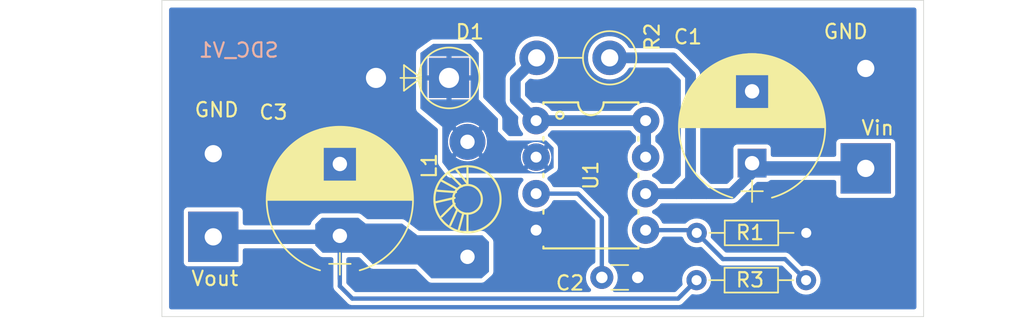
<source format=kicad_pcb>
(kicad_pcb (version 20211014) (generator pcbnew)
  (layers (0 "F.Cu" signal) (31 "B.Cu" signal) (34 "B.Paste" user) (35 "F.Paste" user) (36 "B.SilkS" user "B.Silkscreen") (37 "F.SilkS" user "F.Silkscreen") (38 "B.Mask" user) (39 "F.Mask" user) (44 "Edge.Cuts" user))
  (net 0 "")
  (net 1 "GNDREF")
  (net 2 "VCC")
  (net 3 "Net-(C2-Pad1)")
  (net 4 "Vout1")
  (net 5 "Net-(D1-Pad1)")
  (net 6 "Net-(R1-Pad1)")
  (net 7 "Net-(R2-Pad2)")
  (footprint "Capacitors_ThroughHole:CP_Radial_D10.0mm_P5.00mm" (layer "F.Cu") (at 165.06444 55.3273 90)
    (fp_text reference "C1" (at 8.78586 -4.46786 180) (layer "F.SilkS"))
    (fp_text value "100uF25v")
    (fp_line (start 4.981 1.181) (end 4.981 4.405) (layer "F.SilkS") (width 0.12))
    (fp_line (start 5.101 1.181) (end 5.101 4.336) (layer "F.SilkS") (width 0.12))
    (fp_line (start 6.701 -2.836) (end 6.701 2.836) (layer "F.SilkS") (width 0.12))
    (fp_line (start 5.381 1.181) (end 5.381 4.157) (layer "F.SilkS") (width 0.12))
    (fp_line (start 6.221 -3.435) (end 6.221 3.435) (layer "F.SilkS") (width 0.12))
    (fp_line (start 2.82 -5.04) (end 2.82 5.04) (layer "F.SilkS") (width 0.12))
    (fp_line (start 7.101 -2.14) (end 7.101 2.14) (layer "F.SilkS") (width 0.12))
    (fp_line (start 3.781 -4.887) (end 3.781 4.887) (layer "F.SilkS") (width 0.12))
    (fp_line (start 3.821 -4.876) (end 3.821 -1.181) (layer "F.SilkS") (width 0.12))
    (fp_line (start 4.341 1.181) (end 4.341 4.706) (layer "F.SilkS") (width 0.12))
    (fp_line (start 4.861 -4.47) (end 4.861 -1.181) (layer "F.SilkS") (width 0.12))
    (fp_line (start 3.701 -4.907) (end 3.701 4.907) (layer "F.SilkS") (width 0.12))
    (fp_line (start 4.901 1.181) (end 4.901 4.449) (layer "F.SilkS") (width 0.12))
    (fp_line (start 6.661 -2.894) (end 6.661 2.894) (layer "F.SilkS") (width 0.12))
    (fp_line (start 3.821 1.181) (end 3.821 4.876) (layer "F.SilkS") (width 0.12))
    (fp_line (start 4.061 1.181) (end 4.061 4.806) (layer "F.SilkS") (width 0.12))
    (fp_line (start 4.021 1.181) (end 4.021 4.818) (layer "F.SilkS") (width 0.12))
    (fp_line (start 6.981 -2.377) (end 6.981 2.377) (layer "F.SilkS") (width 0.12))
    (fp_line (start 7.421 -1.265) (end 7.421 1.265) (layer "F.SilkS") (width 0.12))
    (fp_line (start 4.341 -4.706) (end 4.341 -1.181) (layer "F.SilkS") (width 0.12))
    (fp_line (start 4.701 1.181) (end 4.701 4.55) (layer "F.SilkS") (width 0.12))
    (fp_line (start 6.821 -2.652) (end 6.821 2.652) (layer "F.SilkS") (width 0.12))
    (fp_line (start 5.941 1.181) (end 5.941 3.712) (layer "F.SilkS") (width 0.12))
    (fp_line (start 6.781 -2.715) (end 6.781 2.715) (layer "F.SilkS") (width 0.12))
    (fp_line (start 3.901 1.181) (end 3.901 4.854) (layer "F.SilkS") (width 0.12))
    (fp_line (start 6.061 1.181) (end 6.061 3.598) (layer "F.SilkS") (width 0.12))
    (fp_line (start 3.341 -4.981) (end 3.341 4.981) (layer "F.SilkS") (width 0.12))
    (fp_line (start 4.701 -4.55) (end 4.701 -1.181) (layer "F.SilkS") (width 0.12))
    (fp_line (start 5.501 -4.072) (end 5.501 -1.181) (layer "F.SilkS") (width 0.12))
    (fp_line (start 2.9 -5.035) (end 2.9 5.035) (layer "F.SilkS") (width 0.12))
    (fp_line (start 4.461 -4.658) (end 4.461 -1.181) (layer "F.SilkS") (width 0.12))
    (fp_line (start 4.621 -4.588) (end 4.621 -1.181) (layer "F.SilkS") (width 0.12))
    (fp_line (start 4.301 -4.722) (end 4.301 -1.181) (layer "F.SilkS") (width 0.12))
    (fp_line (start 5.901 -3.748) (end 5.901 -1.181) (layer "F.SilkS") (width 0.12))
    (fp_line (start 4.941 -4.428) (end 4.941 -1.181) (layer "F.SilkS") (width 0.12))
    (fp_line (start 5.301 1.181) (end 5.301 4.211) (layer "F.SilkS") (width 0.12))
    (fp_line (start 4.021 -4.818) (end 4.021 -1.181) (layer "F.SilkS") (width 0.12))
    (fp_line (start 4.261 -4.737) (end 4.261 -1.181) (layer "F.SilkS") (width 0.12))
    (fp_line (start 7.381 -1.407) (end 7.381 1.407) (layer "F.SilkS") (width 0.12))
    (fp_line (start 2.62 -5.049) (end 2.62 5.049) (layer "F.SilkS") (width 0.12))
    (fp_line (start 4.221 -4.751) (end 4.221 -1.181) (layer "F.SilkS") (width 0.12))
    (fp_line (start 6.501 -3.108) (end 6.501 3.108) (layer "F.SilkS") (width 0.12))
    (fp_line (start 5.861 1.181) (end 5.861 3.784) (layer "F.SilkS") (width 0.12))
    (fp_line (start 4.221 1.181) (end 4.221 4.751) (layer "F.SilkS") (width 0.12))
    (fp_line (start 6.101 -3.559) (end 6.101 -1.181) (layer "F.SilkS") (width 0.12))
    (fp_line (start 5.221 1.181) (end 5.221 4.263) (layer "F.SilkS") (width 0.12))
    (fp_line (start 3.221 -4.999) (end 3.221 4.999) (layer "F.SilkS") (width 0.12))
    (fp_line (start 3.261 -4.993) (end 3.261 4.993) (layer "F.SilkS") (width 0.12))
    (fp_line (start 4.741 1.181) (end 4.741 4.531) (layer "F.SilkS") (width 0.12))
    (fp_line (start 3.661 -4.917) (end 3.661 4.917) (layer "F.SilkS") (width 0.12))
    (fp_line (start 4.541 1.181) (end 4.541 4.624) (layer "F.SilkS") (width 0.12))
    (fp_line (start 4.141 1.181) (end 4.141 4.779) (layer "F.SilkS") (width 0.12))
    (fp_line (start 5.701 1.181) (end 5.701 3.919) (layer "F.SilkS") (width 0.12))
    (fp_line (start 4.261 1.181) (end 4.261 4.737) (layer "F.SilkS") (width 0.12))
    (fp_line (start 5.701 -3.919) (end 5.701 -1.181) (layer "F.SilkS") (width 0.12))
    (fp_line (start 6.741 -2.777) (end 6.741 2.777) (layer "F.SilkS") (width 0.12))
    (fp_line (start 5.141 -4.312) (end 5.141 -1.181) (layer "F.SilkS") (width 0.12))
    (fp_line (start 5.821 -3.819) (end 5.821 -1.181) (layer "F.SilkS") (width 0.12))
    (fp_line (start 3.581 -4.935) (end 3.581 4.935) (layer "F.SilkS") (width 0.12))
    (fp_line (start 5.621 -3.982) (end 5.621 -1.181) (layer "F.SilkS") (width 0.12))
    (fp_line (start 3.461 -4.959) (end 3.461 4.959) (layer "F.SilkS") (width 0.12))
    (fp_line (start 7.341 -1.536) (end 7.341 1.536) (layer "F.SilkS") (width 0.12))
    (fp_line (start 5.021 -4.383) (end 5.021 -1.181) (layer "F.SilkS") (width 0.12))
    (fp_line (start 6.901 -2.519) (end 6.901 2.519) (layer "F.SilkS") (width 0.12))
    (fp_line (start 7.181 -1.962) (end 7.181 1.962) (layer "F.SilkS") (width 0.12))
    (fp_line (start 5.581 1.181) (end 5.581 4.013) (layer "F.SilkS") (width 0.12))
    (fp_line (start 3.06 -5.02) (end 3.06 5.02) (layer "F.SilkS") (width 0.12))
    (fp_line (start 5.061 1.181) (end 5.061 4.36) (layer "F.SilkS") (width 0.12))
    (fp_line (start 6.381 -3.255) (end 6.381 3.255) (layer "F.SilkS") (width 0.12))
    (fp_line (start 4.101 1.181) (end 4.101 4.792) (layer "F.SilkS") (width 0.12))
    (fp_line (start 6.141 -3.518) (end 6.141 -1.181) (layer "F.SilkS") (width 0.12))
    (fp_line (start 6.621 -2.949) (end 6.621 2.949) (layer "F.SilkS") (width 0.12))
    (fp_line (start 5.261 -4.237) (end 5.261 -1.181) (layer "F.SilkS") (width 0.12))
    (fp_line (start 6.941 -2.449) (end 6.941 2.449) (layer "F.SilkS") (width 0.12))
    (fp_line (start 2.94 -5.031) (end 2.94 5.031) (layer "F.SilkS") (width 0.12))
    (fp_line (start 5.941 -3.712) (end 5.941 -1.181) (layer "F.SilkS") (width 0.12))
    (fp_line (start 2.78 -5.043) (end 2.78 5.043) (layer "F.SilkS") (width 0.12))
    (fp_line (start 3.541 -4.943) (end 3.541 4.943) (layer "F.SilkS") (width 0.12))
    (fp_line (start 4.541 -4.624) (end 4.541 -1.181) (layer "F.SilkS") (width 0.12))
    (fp_line (start 5.461 1.181) (end 5.461 4.101) (layer "F.SilkS") (width 0.12))
    (fp_line (start 6.101 1.181) (end 6.101 3.559) (layer "F.SilkS") (width 0.12))
    (fp_line (start 2.54 -5.05) (end 2.54 5.05) (layer "F.SilkS") (width 0.12))
    (fp_line (start 2.7 -5.047) (end 2.7 5.047) (layer "F.SilkS") (width 0.12))
    (fp_line (start 5.541 -4.043) (end 5.541 -1.181) (layer "F.SilkS") (width 0.12))
    (fp_line (start 4.101 -4.792) (end 4.101 -1.181) (layer "F.SilkS") (width 0.12))
    (fp_line (start 4.301 1.181) (end 4.301 4.722) (layer "F.SilkS") (width 0.12))
    (fp_line (start 5.061 -4.36) (end 5.061 -1.181) (layer "F.SilkS") (width 0.12))
    (fp_line (start 3.381 -4.974) (end 3.381 4.974) (layer "F.SilkS") (width 0.12))
    (fp_line (start 3.741 -4.897) (end 3.741 4.897) (layer "F.SilkS") (width 0.12))
    (fp_line (start 2.66 -5.048) (end 2.66 5.048) (layer "F.SilkS") (width 0.12))
    (fp_line (start 3.981 -4.831) (end 3.981 -1.181) (layer "F.SilkS") (width 0.12))
    (fp_line (start 2.74 -5.045) (end 2.74 5.045) (layer "F.SilkS") (width 0.12))
    (fp_line (start 3.941 1.181) (end 3.941 4.843) (layer "F.SilkS") (width 0.12))
    (fp_line (start 3.14 -5.01) (end 3.14 5.01) (layer "F.SilkS") (width 0.12))
    (fp_line (start 5.341 -4.185) (end 5.341 -1.181) (layer "F.SilkS") (width 0.12))
    (fp_line (start 4.141 -4.779) (end 4.141 -1.181) (layer "F.SilkS") (width 0.12))
    (fp_line (start 3.981 1.181) (end 3.981 4.831) (layer "F.SilkS") (width 0.12))
    (fp_line (start -2.7 0) (end -1.2 0) (layer "F.SilkS") (width 0.12))
    (fp_line (start 7.301 -1.654) (end 7.301 1.654) (layer "F.SilkS") (width 0.12))
    (fp_line (start 5.101 -4.336) (end 5.101 -1.181) (layer "F.SilkS") (width 0.12))
    (fp_line (start 5.661 -3.951) (end 5.661 -1.181) (layer "F.SilkS") (width 0.12))
    (fp_line (start 5.741 -3.886) (end 5.741 -1.181) (layer "F.SilkS") (width 0.12))
    (fp_line (start 4.781 1.181) (end 4.781 4.511) (layer "F.SilkS") (width 0.12))
    (fp_line (start 4.501 1.181) (end 4.501 4.641) (layer "F.SilkS") (width 0.12))
    (fp_line (start 6.141 1.181) (end 6.141 3.518) (layer "F.SilkS") (width 0.12))
    (fp_line (start 5.461 -4.101) (end 5.461 -1.181) (layer "F.SilkS") (width 0.12))
    (fp_line (start 4.581 1.181) (end 4.581 4.606) (layer "F.SilkS") (width 0.12))
    (fp_line (start 4.821 1.181) (end 4.821 4.491) (layer "F.SilkS") (width 0.12))
    (fp_line (start 6.541 -3.057) (end 6.541 3.057) (layer "F.SilkS") (width 0.12))
    (fp_line (start 6.581 -3.004) (end 6.581 3.004) (layer "F.SilkS") (width 0.12))
    (fp_line (start 6.181 -3.477) (end 6.181 3.477) (layer "F.SilkS") (width 0.12))
    (fp_line (start 6.021 -3.637) (end 6.021 -1.181) (layer "F.SilkS") (width 0.12))
    (fp_line (start 4.661 -4.569) (end 4.661 -1.181) (layer "F.SilkS") (width 0.12))
    (fp_line (start 5.541 1.181) (end 5.541 4.043) (layer "F.SilkS") (width 0.12))
    (fp_line (start 5.221 -4.263) (end 5.221 -1.181) (layer "F.SilkS") (width 0.12))
    (fp_line (start 7.061 -2.222) (end 7.061 2.222) (layer "F.SilkS") (width 0.12))
    (fp_line (start 4.381 -4.691) (end 4.381 -1.181) (layer "F.SilkS") (width 0.12))
    (fp_line (start 4.981 -4.405) (end 4.981 -1.181) (layer "F.SilkS") (width 0.12))
    (fp_line (start 5.501 1.181) (end 5.501 4.072) (layer "F.SilkS") (width 0.12))
    (fp_line (start 5.381 -4.157) (end 5.381 -1.181) (layer "F.SilkS") (width 0.12))
    (fp_line (start 2.5 -5.05) (end 2.5 5.05) (layer "F.SilkS") (width 0.12))
    (fp_line (start 3.421 -4.967) (end 3.421 4.967) (layer "F.SilkS") (width 0.12))
    (fp_line (start 7.501 -0.913) (end 7.501 0.913) (layer "F.SilkS") (width 0.12))
    (fp_line (start 4.381 1.181) (end 4.381 4.691) (layer "F.SilkS") (width 0.12))
    (fp_line (start 5.861 -3.784) (end 5.861 -1.181) (layer "F.SilkS") (width 0.12))
    (fp_line (start -1.95 -0.75) (end -1.95 0.75) (layer "F.SilkS") (width 0.12))
    (fp_line (start 5.261 1.181) (end 5.261 4.237) (layer "F.SilkS") (width 0.12))
    (fp_line (start 5.981 1.181) (end 5.981 3.675) (layer "F.SilkS") (width 0.12))
    (fp_line (start 5.821 1.181) (end 5.821 3.819) (layer "F.SilkS") (width 0.12))
    (fp_line (start 5.581 -4.013) (end 5.581 -1.181) (layer "F.SilkS") (width 0.12))
    (fp_line (start 5.781 1.181) (end 5.781 3.853) (layer "F.SilkS") (width 0.12))
    (fp_line (start 4.461 1.181) (end 4.461 4.658) (layer "F.SilkS") (width 0.12))
    (fp_line (start 3.1 -5.015) (end 3.1 5.015) (layer "F.SilkS") (width 0.12))
    (fp_line (start 7.221 -1.866) (end 7.221 1.866) (layer "F.SilkS") (width 0.12))
    (fp_line (start 6.421 -3.207) (end 6.421 3.207) (layer "F.SilkS") (width 0.12))
    (fp_line (start 7.141 -2.053) (end 7.141 2.053) (layer "F.SilkS") (width 0.12))
    (fp_line (start 4.901 -4.449) (end 4.901 -1.181) (layer "F.SilkS") (width 0.12))
    (fp_line (start 7.261 -1.763) (end 7.261 1.763) (layer "F.SilkS") (width 0.12))
    (fp_line (start 5.341 1.181) (end 5.341 4.185) (layer "F.SilkS") (width 0.12))
    (fp_line (start 4.581 -4.606) (end 4.581 -1.181) (layer "F.SilkS") (width 0.12))
    (fp_line (start 3.941 -4.843) (end 3.941 -1.181) (layer "F.SilkS") (width 0.12))
    (fp_line (start 5.901 1.181) (end 5.901 3.748) (layer "F.SilkS") (width 0.12))
    (fp_line (start 4.621 1.181) (end 4.621 4.588) (layer "F.SilkS") (width 0.12))
    (fp_line (start 4.821 -4.491) (end 4.821 -1.181) (layer "F.SilkS") (width 0.12))
    (fp_line (start 5.421 -4.13) (end 5.421 -1.181) (layer "F.SilkS") (width 0.12))
    (fp_line (start 7.461 -1.104) (end 7.461 1.104) (layer "F.SilkS") (width 0.12))
    (fp_line (start 6.261 -3.391) (end 6.261 3.391) (layer "F.SilkS") (width 0.12))
    (fp_line (start 2.86 -5.038) (end 2.86 5.038) (layer "F.SilkS") (width 0.12))
    (fp_line (start 4.421 -4.674) (end 4.421 -1.181) (layer "F.SilkS") (width 0.12))
    (fp_line (start 5.621 1.181) (end 5.621 3.982) (layer "F.SilkS") (width 0.12))
    (fp_line (start 4.181 1.181) (end 4.181 4.765) (layer "F.SilkS") (width 0.12))
    (fp_line (start 3.501 -4.951) (end 3.501 4.951) (layer "F.SilkS") (width 0.12))
    (fp_line (start 4.941 1.181) (end 4.941 4.428) (layer "F.SilkS") (width 0.12))
    (fp_line (start 5.141 1.181) (end 5.141 4.312) (layer "F.SilkS") (width 0.12))
    (fp_line (start 7.581 -0.279) (end 7.581 0.279) (layer "F.SilkS") (width 0.12))
    (fp_line (start 5.781 -3.853) (end 5.781 -1.181) (layer "F.SilkS") (width 0.12))
    (fp_line (start 7.541 -0.672) (end 7.541 0.672) (layer "F.SilkS") (width 0.12))
    (fp_line (start 5.741 1.181) (end 5.741 3.886) (layer "F.SilkS") (width 0.12))
    (fp_line (start 6.061 -3.598) (end 6.061 -1.181) (layer "F.SilkS") (width 0.12))
    (fp_line (start 6.461 -3.158) (end 6.461 3.158) (layer "F.SilkS") (width 0.12))
    (fp_line (start 5.981 -3.675) (end 5.981 -1.181) (layer "F.SilkS") (width 0.12))
    (fp_line (start 3.301 -4.987) (end 3.301 4.987) (layer "F.SilkS") (width 0.12))
    (fp_line (start 4.741 -4.531) (end 4.741 -1.181) (layer "F.SilkS") (width 0.12))
    (fp_line (start 4.861 1.181) (end 4.861 4.47) (layer "F.SilkS") (width 0.12))
    (fp_line (start 4.501 -4.641) (end 4.501 -1.181) (layer "F.SilkS") (width 0.12))
    (fp_line (start 6.861 -2.587) (end 6.861 2.587) (layer "F.SilkS") (width 0.12))
    (fp_line (start 3.621 -4.926) (end 3.621 4.926) (layer "F.SilkS") (width 0.12))
    (fp_line (start 3.901 -4.854) (end 3.901 -1.181) (layer "F.SilkS") (width 0.12))
    (fp_line (start 3.861 -4.865) (end 3.861 -1.181) (layer "F.SilkS") (width 0.12))
    (fp_line (start 5.661 1.181) (end 5.661 3.951) (layer "F.SilkS") (width 0.12))
    (fp_line (start 5.181 1.181) (end 5.181 4.288) (layer "F.SilkS") (width 0.12))
    (fp_line (start 3.861 1.181) (end 3.861 4.865) (layer "F.SilkS") (width 0.12))
    (fp_line (start 5.421 1.181) (end 5.421 4.13) (layer "F.SilkS") (width 0.12))
    (fp_line (start 3.02 -5.024) (end 3.02 5.024) (layer "F.SilkS") (width 0.12))
    (fp_line (start 2.98 -5.028) (end 2.98 5.028) (layer "F.SilkS") (width 0.12))
    (fp_line (start 4.661 1.181) (end 4.661 4.569) (layer "F.SilkS") (width 0.12))
    (fp_line (start 4.421 1.181) (end 4.421 4.674) (layer "F.SilkS") (width 0.12))
    (fp_line (start 4.181 -4.765) (end 4.181 -1.181) (layer "F.SilkS") (width 0.12))
    (fp_line (start 6.341 -3.302) (end 6.341 3.302) (layer "F.SilkS") (width 0.12))
    (fp_line (start 4.061 -4.806) (end 4.061 -1.181) (layer "F.SilkS") (width 0.12))
    (fp_line (start 7.021 -2.301) (end 7.021 2.301) (layer "F.SilkS") (width 0.12))
    (fp_line (start 4.781 -4.511) (end 4.781 -1.181) (layer "F.SilkS") (width 0.12))
    (fp_line (start 3.18 -5.005) (end 3.18 5.005) (layer "F.SilkS") (width 0.12))
    (fp_line (start 2.58 -5.05) (end 2.58 5.05) (layer "F.SilkS") (width 0.12))
    (fp_line (start 5.181 -4.288) (end 5.181 -1.181) (layer "F.SilkS") (width 0.12))
    (fp_line (start 6.021 1.181) (end 6.021 3.637) (layer "F.SilkS") (width 0.12))
    (fp_line (start 5.021 1.181) (end 5.021 4.383) (layer "F.SilkS") (width 0.12))
    (fp_line (start 6.301 -3.347) (end 6.301 3.347) (layer "F.SilkS") (width 0.12))
    (fp_line (start 5.301 -4.211) (end 5.301 -1.181) (layer "F.SilkS") (width 0.12))
    (fp_arc (start 7.399357 -1.38) (mid 7.59 0.001696) (end 7.398437 1.383264) (layer "F.SilkS") (width 0.12))
    (fp_arc (start -2.399357 -1.38) (mid 2.498304 -5.09) (end 7.398437 -1.383264) (layer "F.SilkS") (width 0.12))
    (fp_arc (start 7.398437 1.383264) (mid 2.498304 5.09) (end -2.399357 1.38) (layer "F.SilkS") (width 0.12))
    (pad "1" thru_hole rect locked (at 0 0 90) (size 2 2) (drill 1) (layers *.Cu *.Mask) (net 2 "VCC"))
    (pad "2" thru_hole circle locked (at 5 0 90) (size 2 2) (drill 1) (layers *.Cu *.Mask) (net 1 "GNDREF"))
  )
  (footprint "Capacitors_ThroughHole:C_Disc_D3.0mm_W1.6mm_P2.50mm" (layer "F.Cu") (at 154.6098 63.2775)
    (fp_text reference "C2" (at -2.21488 0.39116) (layer "F.SilkS"))
    (fp_text value "470pF")
    (fp_line (start 0.663 -0.861) (end 1.837 -0.861) (layer "F.SilkS") (width 0.12))
    (fp_line (start 0.663 0.861) (end 1.837 0.861) (layer "F.SilkS") (width 0.12))
    (pad "1" thru_hole circle locked (at 0 0) (size 1.6 1.6) (drill 0.8) (layers *.Cu *.Mask) (net 3 "Net-(C2-Pad1)"))
    (pad "2" thru_hole circle locked (at 2.5 0) (size 1.6 1.6) (drill 0.8) (layers *.Cu *.Mask) (net 1 "GNDREF"))
  )
  (footprint "Capacitors_ThroughHole:CP_Radial_D10.0mm_P5.00mm" (layer "F.Cu") (at 136.38276 60.38444 90)
    (fp_text reference "C3" (at 8.5979 -4.6228) (layer "F.SilkS"))
    (fp_text value "470uF25v")
    (fp_line (start 5.461 -4.101) (end 5.461 -1.181) (layer "F.SilkS") (width 0.12))
    (fp_line (start 3.861 -4.865) (end 3.861 -1.181) (layer "F.SilkS") (width 0.12))
    (fp_line (start 4.501 -4.641) (end 4.501 -1.181) (layer "F.SilkS") (width 0.12))
    (fp_line (start 6.901 -2.519) (end 6.901 2.519) (layer "F.SilkS") (width 0.12))
    (fp_line (start 4.901 -4.449) (end 4.901 -1.181) (layer "F.SilkS") (width 0.12))
    (fp_line (start 5.901 1.181) (end 5.901 3.748) (layer "F.SilkS") (width 0.12))
    (fp_line (start 6.061 -3.598) (end 6.061 -1.181) (layer "F.SilkS") (width 0.12))
    (fp_line (start 4.861 -4.47) (end 4.861 -1.181) (layer "F.SilkS") (width 0.12))
    (fp_line (start 4.661 1.181) (end 4.661 4.569) (layer "F.SilkS") (width 0.12))
    (fp_line (start 4.821 1.181) (end 4.821 4.491) (layer "F.SilkS") (width 0.12))
    (fp_line (start 3.18 -5.005) (end 3.18 5.005) (layer "F.SilkS") (width 0.12))
    (fp_line (start 5.021 -4.383) (end 5.021 -1.181) (layer "F.SilkS") (width 0.12))
    (fp_line (start 3.461 -4.959) (end 3.461 4.959) (layer "F.SilkS") (width 0.12))
    (fp_line (start 7.581 -0.279) (end 7.581 0.279) (layer "F.SilkS") (width 0.12))
    (fp_line (start 4.021 1.181) (end 4.021 4.818) (layer "F.SilkS") (width 0.12))
    (fp_line (start 3.301 -4.987) (end 3.301 4.987) (layer "F.SilkS") (width 0.12))
    (fp_line (start 6.501 -3.108) (end 6.501 3.108) (layer "F.SilkS") (width 0.12))
    (fp_line (start 5.381 -4.157) (end 5.381 -1.181) (layer "F.SilkS") (width 0.12))
    (fp_line (start 7.541 -0.672) (end 7.541 0.672) (layer "F.SilkS") (width 0.12))
    (fp_line (start 6.221 -3.435) (end 6.221 3.435) (layer "F.SilkS") (width 0.12))
    (fp_line (start 5.461 1.181) (end 5.461 4.101) (layer "F.SilkS") (width 0.12))
    (fp_line (start 4.781 -4.511) (end 4.781 -1.181) (layer "F.SilkS") (width 0.12))
    (fp_line (start 6.701 -2.836) (end 6.701 2.836) (layer "F.SilkS") (width 0.12))
    (fp_line (start 2.74 -5.045) (end 2.74 5.045) (layer "F.SilkS") (width 0.12))
    (fp_line (start 4.221 1.181) (end 4.221 4.751) (layer "F.SilkS") (width 0.12))
    (fp_line (start 2.54 -5.05) (end 2.54 5.05) (layer "F.SilkS") (width 0.12))
    (fp_line (start 4.141 -4.779) (end 4.141 -1.181) (layer "F.SilkS") (width 0.12))
    (fp_line (start 6.381 -3.255) (end 6.381 3.255) (layer "F.SilkS") (width 0.12))
    (fp_line (start 5.581 -4.013) (end 5.581 -1.181) (layer "F.SilkS") (width 0.12))
    (fp_line (start 4.341 -4.706) (end 4.341 -1.181) (layer "F.SilkS") (width 0.12))
    (fp_line (start 6.261 -3.391) (end 6.261 3.391) (layer "F.SilkS") (width 0.12))
    (fp_line (start 6.341 -3.302) (end 6.341 3.302) (layer "F.SilkS") (width 0.12))
    (fp_line (start 5.501 1.181) (end 5.501 4.072) (layer "F.SilkS") (width 0.12))
    (fp_line (start 4.461 -4.658) (end 4.461 -1.181) (layer "F.SilkS") (width 0.12))
    (fp_line (start 3.341 -4.981) (end 3.341 4.981) (layer "F.SilkS") (width 0.12))
    (fp_line (start 4.141 1.181) (end 4.141 4.779) (layer "F.SilkS") (width 0.12))
    (fp_line (start 5.741 -3.886) (end 5.741 -1.181) (layer "F.SilkS") (width 0.12))
    (fp_line (start 3.821 1.181) (end 3.821 4.876) (layer "F.SilkS") (width 0.12))
    (fp_line (start 4.261 -4.737) (end 4.261 -1.181) (layer "F.SilkS") (width 0.12))
    (fp_line (start 5.261 -4.237) (end 5.261 -1.181) (layer "F.SilkS") (width 0.12))
    (fp_line (start 4.581 1.181) (end 4.581 4.606) (layer "F.SilkS") (width 0.12))
    (fp_line (start 2.9 -5.035) (end 2.9 5.035) (layer "F.SilkS") (width 0.12))
    (fp_line (start 4.381 -4.691) (end 4.381 -1.181) (layer "F.SilkS") (width 0.12))
    (fp_line (start 5.661 -3.951) (end 5.661 -1.181) (layer "F.SilkS") (width 0.12))
    (fp_line (start 5.141 1.181) (end 5.141 4.312) (layer "F.SilkS") (width 0.12))
    (fp_line (start 5.981 -3.675) (end 5.981 -1.181) (layer "F.SilkS") (width 0.12))
    (fp_line (start 4.661 -4.569) (end 4.661 -1.181) (layer "F.SilkS") (width 0.12))
    (fp_line (start 5.381 1.181) (end 5.381 4.157) (layer "F.SilkS") (width 0.12))
    (fp_line (start 4.381 1.181) (end 4.381 4.691) (layer "F.SilkS") (width 0.12))
    (fp_line (start 6.461 -3.158) (end 6.461 3.158) (layer "F.SilkS") (width 0.12))
    (fp_line (start 5.941 -3.712) (end 5.941 -1.181) (layer "F.SilkS") (width 0.12))
    (fp_line (start 4.941 1.181) (end 4.941 4.428) (layer "F.SilkS") (width 0.12))
    (fp_line (start 4.701 1.181) (end 4.701 4.55) (layer "F.SilkS") (width 0.12))
    (fp_line (start 4.501 1.181) (end 4.501 4.641) (layer "F.SilkS") (width 0.12))
    (fp_line (start 4.101 1.181) (end 4.101 4.792) (layer "F.SilkS") (width 0.12))
    (fp_line (start 5.821 -3.819) (end 5.821 -1.181) (layer "F.SilkS") (width 0.12))
    (fp_line (start 6.741 -2.777) (end 6.741 2.777) (layer "F.SilkS") (width 0.12))
    (fp_line (start 5.941 1.181) (end 5.941 3.712) (layer "F.SilkS") (width 0.12))
    (fp_line (start 4.981 1.181) (end 4.981 4.405) (layer "F.SilkS") (width 0.12))
    (fp_line (start 4.861 1.181) (end 4.861 4.47) (layer "F.SilkS") (width 0.12))
    (fp_line (start 5.621 -3.982) (end 5.621 -1.181) (layer "F.SilkS") (width 0.12))
    (fp_line (start 6.141 -3.518) (end 6.141 -1.181) (layer "F.SilkS") (width 0.12))
    (fp_line (start 6.541 -3.057) (end 6.541 3.057) (layer "F.SilkS") (width 0.12))
    (fp_line (start 6.661 -2.894) (end 6.661 2.894) (layer "F.SilkS") (width 0.12))
    (fp_line (start 6.781 -2.715) (end 6.781 2.715) (layer "F.SilkS") (width 0.12))
    (fp_line (start 7.261 -1.763) (end 7.261 1.763) (layer "F.SilkS") (width 0.12))
    (fp_line (start 4.581 -4.606) (end 4.581 -1.181) (layer "F.SilkS") (width 0.12))
    (fp_line (start 7.301 -1.654) (end 7.301 1.654) (layer "F.SilkS") (width 0.12))
    (fp_line (start 5.061 1.181) (end 5.061 4.36) (layer "F.SilkS") (width 0.12))
    (fp_line (start 3.981 1.181) (end 3.981 4.831) (layer "F.SilkS") (width 0.12))
    (fp_line (start 4.061 -4.806) (end 4.061 -1.181) (layer "F.SilkS") (width 0.12))
    (fp_line (start 5.341 -4.185) (end 5.341 -1.181) (layer "F.SilkS") (width 0.12))
    (fp_line (start 5.181 1.181) (end 5.181 4.288) (layer "F.SilkS") (width 0.12))
    (fp_line (start 3.261 -4.993) (end 3.261 4.993) (layer "F.SilkS") (width 0.12))
    (fp_line (start 6.101 1.181) (end 6.101 3.559) (layer "F.SilkS") (width 0.12))
    (fp_line (start 4.101 -4.792) (end 4.101 -1.181) (layer "F.SilkS") (width 0.12))
    (fp_line (start 7.501 -0.913) (end 7.501 0.913) (layer "F.SilkS") (width 0.12))
    (fp_line (start 6.181 -3.477) (end 6.181 3.477) (layer "F.SilkS") (width 0.12))
    (fp_line (start 6.861 -2.587) (end 6.861 2.587) (layer "F.SilkS") (width 0.12))
    (fp_line (start 6.621 -2.949) (end 6.621 2.949) (layer "F.SilkS") (width 0.12))
    (fp_line (start 3.541 -4.943) (end 3.541 4.943) (layer "F.SilkS") (width 0.12))
    (fp_line (start 4.341 1.181) (end 4.341 4.706) (layer "F.SilkS") (width 0.12))
    (fp_line (start 7.181 -1.962) (end 7.181 1.962) (layer "F.SilkS") (width 0.12))
    (fp_line (start 4.461 1.181) (end 4.461 4.658) (layer "F.SilkS") (width 0.12))
    (fp_line (start 5.421 -4.13) (end 5.421 -1.181) (layer "F.SilkS") (width 0.12))
    (fp_line (start 4.541 -4.624) (end 4.541 -1.181) (layer "F.SilkS") (width 0.12))
    (fp_line (start 4.301 -4.722) (end 4.301 -1.181) (layer "F.SilkS") (width 0.12))
    (fp_line (start 4.901 1.181) (end 4.901 4.449) (layer "F.SilkS") (width 0.12))
    (fp_line (start 6.301 -3.347) (end 6.301 3.347) (layer "F.SilkS") (width 0.12))
    (fp_line (start 5.781 1.181) (end 5.781 3.853) (layer "F.SilkS") (width 0.12))
    (fp_line (start 3.14 -5.01) (end 3.14 5.01) (layer "F.SilkS") (width 0.12))
    (fp_line (start 4.741 1.181) (end 4.741 4.531) (layer "F.SilkS") (width 0.12))
    (fp_line (start 3.06 -5.02) (end 3.06 5.02) (layer "F.SilkS") (width 0.12))
    (fp_line (start 6.821 -2.652) (end 6.821 2.652) (layer "F.SilkS") (width 0.12))
    (fp_line (start 6.941 -2.449) (end 6.941 2.449) (layer "F.SilkS") (width 0.12))
    (fp_line (start 3.941 -4.843) (end 3.941 -1.181) (layer "F.SilkS") (width 0.12))
    (fp_line (start 4.421 -4.674) (end 4.421 -1.181) (layer "F.SilkS") (width 0.12))
    (fp_line (start 5.061 -4.36) (end 5.061 -1.181) (layer "F.SilkS") (width 0.12))
    (fp_line (start 5.301 -4.211) (end 5.301 -1.181) (layer "F.SilkS") (width 0.12))
    (fp_line (start 3.941 1.181) (end 3.941 4.843) (layer "F.SilkS") (width 0.12))
    (fp_line (start 6.981 -2.377) (end 6.981 2.377) (layer "F.SilkS") (width 0.12))
    (fp_line (start 4.701 -4.55) (end 4.701 -1.181) (layer "F.SilkS") (width 0.12))
    (fp_line (start 2.7 -5.047) (end 2.7 5.047) (layer "F.SilkS") (width 0.12))
    (fp_line (start 7.021 -2.301) (end 7.021 2.301) (layer "F.SilkS") (width 0.12))
    (fp_line (start 2.86 -5.038) (end 2.86 5.038) (layer "F.SilkS") (width 0.12))
    (fp_line (start -1.95 -0.75) (end -1.95 0.75) (layer "F.SilkS") (width 0.12))
    (fp_line (start 6.021 1.181) (end 6.021 3.637) (layer "F.SilkS") (width 0.12))
    (fp_line (start 5.821 1.181) (end 5.821 3.819) (layer "F.SilkS") (width 0.12))
    (fp_line (start 7.381 -1.407) (end 7.381 1.407) (layer "F.SilkS") (width 0.12))
    (fp_line (start 7.421 -1.265) (end 7.421 1.265) (layer "F.SilkS") (width 0.12))
    (fp_line (start 4.981 -4.405) (end 4.981 -1.181) (layer "F.SilkS") (width 0.12))
    (fp_line (start 3.501 -4.951) (end 3.501 4.951) (layer "F.SilkS") (width 0.12))
    (fp_line (start -2.7 0) (end -1.2 0) (layer "F.SilkS") (width 0.12))
    (fp_line (start 5.541 -4.043) (end 5.541 -1.181) (layer "F.SilkS") (width 0.12))
    (fp_line (start 5.981 1.181) (end 5.981 3.675) (layer "F.SilkS") (width 0.12))
    (fp_line (start 7.101 -2.14) (end 7.101 2.14) (layer "F.SilkS") (width 0.12))
    (fp_line (start 5.781 -3.853) (end 5.781 -1.181) (layer "F.SilkS") (width 0.12))
    (fp_line (start 3.661 -4.917) (end 3.661 4.917) (layer "F.SilkS") (width 0.12))
    (fp_line (start 5.701 1.181) (end 5.701 3.919) (layer "F.SilkS") (width 0.12))
    (fp_line (start 5.021 1.181) (end 5.021 4.383) (layer "F.SilkS") (width 0.12))
    (fp_line (start 5.341 1.181) (end 5.341 4.185) (layer "F.SilkS") (width 0.12))
    (fp_line (start 7.461 -1.104) (end 7.461 1.104) (layer "F.SilkS") (width 0.12))
    (fp_line (start 5.301 1.181) (end 5.301 4.211) (layer "F.SilkS") (width 0.12))
    (fp_line (start 3.421 -4.967) (end 3.421 4.967) (layer "F.SilkS") (width 0.12))
    (fp_line (start 4.541 1.181) (end 4.541 4.624) (layer "F.SilkS") (width 0.12))
    (fp_line (start 2.66 -5.048) (end 2.66 5.048) (layer "F.SilkS") (width 0.12))
    (fp_line (start 3.1 -5.015) (end 3.1 5.015) (layer "F.SilkS") (width 0.12))
    (fp_line (start 5.901 -3.748) (end 5.901 -1.181) (layer "F.SilkS") (width 0.12))
    (fp_line (start 7.341 -1.536) (end 7.341 1.536) (layer "F.SilkS") (width 0.12))
    (fp_line (start 4.181 -4.765) (end 4.181 -1.181) (layer "F.SilkS") (width 0.12))
    (fp_line (start 3.701 -4.907) (end 3.701 4.907) (layer "F.SilkS") (width 0.12))
    (fp_line (start 5.501 -4.072) (end 5.501 -1.181) (layer "F.SilkS") (width 0.12))
    (fp_line (start 5.621 1.181) (end 5.621 3.982) (layer "F.SilkS") (width 0.12))
    (fp_line (start 3.821 -4.876) (end 3.821 -1.181) (layer "F.SilkS") (width 0.12))
    (fp_line (start 2.78 -5.043) (end 2.78 5.043) (layer "F.SilkS") (width 0.12))
    (fp_line (start 5.101 -4.336) (end 5.101 -1.181) (layer "F.SilkS") (width 0.12))
    (fp_line (start 3.901 -4.854) (end 3.901 -1.181) (layer "F.SilkS") (width 0.12))
    (fp_line (start 5.261 1.181) (end 5.261 4.237) (layer "F.SilkS") (width 0.12))
    (fp_line (start 5.181 -4.288) (end 5.181 -1.181) (layer "F.SilkS") (width 0.12))
    (fp_line (start 5.541 1.181) (end 5.541 4.043) (layer "F.SilkS") (width 0.12))
    (fp_line (start 4.181 1.181) (end 4.181 4.765) (layer "F.SilkS") (width 0.12))
    (fp_line (start 5.421 1.181) (end 5.421 4.13) (layer "F.SilkS") (width 0.12))
    (fp_line (start 5.101 1.181) (end 5.101 4.336) (layer "F.SilkS") (width 0.12))
    (fp_line (start 5.141 -4.312) (end 5.141 -1.181) (layer "F.SilkS") (width 0.12))
    (fp_line (start 4.061 1.181) (end 4.061 4.806) (layer "F.SilkS") (width 0.12))
    (fp_line (start 6.061 1.181) (end 6.061 3.598) (layer "F.SilkS") (width 0.12))
    (fp_line (start 2.58 -5.05) (end 2.58 5.05) (layer "F.SilkS") (width 0.12))
    (fp_line (start 3.741 -4.897) (end 3.741 4.897) (layer "F.SilkS") (width 0.12))
    (fp_line (start 3.381 -4.974) (end 3.381 4.974) (layer "F.SilkS") (width 0.12))
    (fp_line (start 2.5 -5.05) (end 2.5 5.05) (layer "F.SilkS") (width 0.12))
    (fp_line (start 6.141 1.181) (end 6.141 3.518) (layer "F.SilkS") (width 0.12))
    (fp_line (start 5.221 -4.263) (end 5.221 -1.181) (layer "F.SilkS") (width 0.12))
    (fp_line (start 7.061 -2.222) (end 7.061 2.222) (layer "F.SilkS") (width 0.12))
    (fp_line (start 2.98 -5.028) (end 2.98 5.028) (layer "F.SilkS") (width 0.12))
    (fp_line (start 4.821 -4.491) (end 4.821 -1.181) (layer "F.SilkS") (width 0.12))
    (fp_line (start 5.581 1.181) (end 5.581 4.013) (layer "F.SilkS") (width 0.12))
    (fp_line (start 2.82 -5.04) (end 2.82 5.04) (layer "F.SilkS") (width 0.12))
    (fp_line (start 5.861 -3.784) (end 5.861 -1.181) (layer "F.SilkS") (width 0.12))
    (fp_line (start 4.741 -4.531) (end 4.741 -1.181) (layer "F.SilkS") (width 0.12))
    (fp_line (start 2.62 -5.049) (end 2.62 5.049) (layer "F.SilkS") (width 0.12))
    (fp_line (start 7.141 -2.053) (end 7.141 2.053) (layer "F.SilkS") (width 0.12))
    (fp_line (start 3.581 -4.935) (end 3.581 4.935) (layer "F.SilkS") (width 0.12))
    (fp_line (start 4.301 1.181) (end 4.301 4.722) (layer "F.SilkS") (width 0.12))
    (fp_line (start 7.221 -1.866) (end 7.221 1.866) (layer "F.SilkS") (width 0.12))
    (fp_line (start 5.661 1.181) (end 5.661 3.951) (layer "F.SilkS") (width 0.12))
    (fp_line (start 4.621 -4.588) (end 4.621 -1.181) (layer "F.SilkS") (width 0.12))
    (fp_line (start 5.221 1.181) (end 5.221 4.263) (layer "F.SilkS") (width 0.12))
    (fp_line (start 4.261 1.181) (end 4.261 4.737) (layer "F.SilkS") (width 0.12))
    (fp_line (start 4.221 -4.751) (end 4.221 -1.181) (layer "F.SilkS") (width 0.12))
    (fp_line (start 3.861 1.181) (end 3.861 4.865) (layer "F.SilkS") (width 0.12))
    (fp_line (start 2.94 -5.031) (end 2.94 5.031) (layer "F.SilkS") (width 0.12))
    (fp_line (start 3.621 -4.926) (end 3.621 4.926) (layer "F.SilkS") (width 0.12))
    (fp_line (start 3.901 1.181) (end 3.901 4.854) (layer "F.SilkS") (width 0.12))
    (fp_line (start 3.981 -4.831) (end 3.981 -1.181) (layer "F.SilkS") (width 0.12))
    (fp_line (start 5.701 -3.919) (end 5.701 -1.181) (layer "F.SilkS") (width 0.12))
    (fp_line (start 4.941 -4.428) (end 4.941 -1.181) (layer "F.SilkS") (width 0.12))
    (fp_line (start 6.581 -3.004) (end 6.581 3.004) (layer "F.SilkS") (width 0.12))
    (fp_line (start 3.02 -5.024) (end 3.02 5.024) (layer "F.SilkS") (width 0.12))
    (fp_line (start 4.021 -4.818) (end 4.021 -1.181) (layer "F.SilkS") (width 0.12))
    (fp_line (start 3.781 -4.887) (end 3.781 4.887) (layer "F.SilkS") (width 0.12))
    (fp_line (start 4.781 1.181) (end 4.781 4.511) (layer "F.SilkS") (width 0.12))
    (fp_line (start 6.101 -3.559) (end 6.101 -1.181) (layer "F.SilkS") (width 0.12))
    (fp_line (start 4.421 1.181) (end 4.421 4.674) (layer "F.SilkS") (width 0.12))
    (fp_line (start 6.421 -3.207) (end 6.421 3.207) (layer "F.SilkS") (width 0.12))
    (fp_line (start 5.861 1.181) (end 5.861 3.784) (layer "F.SilkS") (width 0.12))
    (fp_line (start 4.621 1.181) (end 4.621 4.588) (layer "F.SilkS") (width 0.12))
    (fp_line (start 5.741 1.181) (end 5.741 3.886) (layer "F.SilkS") (width 0.12))
    (fp_line (start 3.221 -4.999) (end 3.221 4.999) (layer "F.SilkS") (width 0.12))
    (fp_line (start 6.021 -3.637) (end 6.021 -1.181) (layer "F.SilkS") (width 0.12))
    (fp_arc (start 7.399357 -1.38) (mid 7.59 0.001696) (end 7.398437 1.383264) (layer "F.SilkS") (width 0.12))
    (fp_arc (start -2.399357 -1.38) (mid 2.498304 -5.09) (end 7.398437 -1.383264) (layer "F.SilkS") (width 0.12))
    (fp_arc (start 7.398437 1.383264) (mid 2.498304 5.09) (end -2.399357 1.38) (layer "F.SilkS") (width 0.12))
    (pad "1" thru_hole rect locked (at 0 0 90) (size 2 2) (drill 1) (layers *.Cu *.Mask) (net 4 "Vout1"))
    (pad "2" thru_hole circle locked (at 5 0 90) (size 2 2) (drill 1) (layers *.Cu *.Mask) (net 1 "GNDREF"))
  )
  (footprint "Resistors_ThroughHole:R_Axial_DIN0204_L3.6mm_D1.6mm_P7.62mm_Horizontal" (layer "F.Cu") (at 161.2138 60.1787)
    (fp_text reference "R1" (at 3.70332 -0.01778) (layer "F.SilkS"))
    (fp_text value "1.2K")
    (fp_line (start 5.67 -0.86) (end 1.95 -0.86) (layer "F.SilkS") (width 0.12))
    (fp_line (start 1.95 -0.86) (end 1.95 0.86) (layer "F.SilkS") (width 0.12))
    (fp_line (start 6.74 0) (end 5.67 0) (layer "F.SilkS") (width 0.12))
    (fp_line (start 5.67 0.86) (end 5.67 -0.86) (layer "F.SilkS") (width 0.12))
    (fp_line (start 0.88 0) (end 1.95 0) (layer "F.SilkS") (width 0.12))
    (fp_line (start 1.95 0.86) (end 5.67 0.86) (layer "F.SilkS") (width 0.12))
    (pad "1" thru_hole circle locked (at 0 0) (size 1.4 1.4) (drill 0.7) (layers *.Cu *.Mask) (net 6 "Net-(R1-Pad1)"))
    (pad "2" thru_hole oval locked (at 7.62 0) (size 1.4 1.4) (drill 0.7) (layers *.Cu *.Mask) (net 1 "GNDREF"))
  )
  (footprint "Resistors_ThroughHole:R_Axial_DIN0204_L3.6mm_D1.6mm_P7.62mm_Horizontal" (layer "F.Cu") (at 168.8211 63.468 180)
    (fp_text reference "R3" (at 3.90398 0.0127 180) (layer "F.SilkS"))
    (fp_text value "3.6K")
    (fp_line (start 1.95 -0.86) (end 1.95 0.86) (layer "F.SilkS") (width 0.12))
    (fp_line (start 5.67 0.86) (end 5.67 -0.86) (layer "F.SilkS") (width 0.12))
    (fp_line (start 6.74 0) (end 5.67 0) (layer "F.SilkS") (width 0.12))
    (fp_line (start 5.67 -0.86) (end 1.95 -0.86) (layer "F.SilkS") (width 0.12))
    (fp_line (start 1.95 0.86) (end 5.67 0.86) (layer "F.SilkS") (width 0.12))
    (fp_line (start 0.88 0) (end 1.95 0) (layer "F.SilkS") (width 0.12))
    (pad "1" thru_hole circle locked (at 0 0 180) (size 1.4 1.4) (drill 0.7) (layers *.Cu *.Mask) (net 6 "Net-(R1-Pad1)"))
    (pad "2" thru_hole oval locked (at 7.62 0 180) (size 1.4 1.4) (drill 0.7) (layers *.Cu *.Mask) (net 4 "Vout1"))
  )
  (footprint "Power_Integrations:PDIP-8" (layer "F.Cu") (at 153.8478 56.1782 -90)
    (fp_text reference "U1" (at 0 0 90) (layer "F.SilkS"))
    (fp_text value "MC34063AP")
    (fp_line (start -2.667 3.302) (end -2.413 3.302) (layer "F.SilkS") (width 0.15))
    (fp_line (start -5.08 3.302) (end -4.953 3.302) (layer "F.SilkS") (width 0.15))
    (fp_line (start -0.127 -3.302) (end 0.127 -3.302) (layer "F.SilkS") (width 0.15))
    (fp_line (start -5.08 -0.889) (end -5.08 -3.302) (layer "F.SilkS") (width 0.15))
    (fp_line (start 2.413 3.302) (end 2.667 3.302) (layer "F.SilkS") (width 0.15))
    (fp_line (start 5.08 3.302) (end 4.953 3.302) (layer "F.SilkS") (width 0.15))
    (fp_line (start 5.08 3.302) (end 5.08 -3.302) (layer "F.SilkS") (width 0.15))
    (fp_line (start -0.127 3.302) (end 0.127 3.302) (layer "F.SilkS") (width 0.15))
    (fp_line (start 2.413 -3.302) (end 2.667 -3.302) (layer "F.SilkS") (width 0.15))
    (fp_line (start -5.08 -3.302) (end -4.953 -3.302) (layer "F.SilkS") (width 0.15))
    (fp_line (start -5.08 0.889) (end -5.08 3.302) (layer "F.SilkS") (width 0.15))
    (fp_line (start 5.08 -3.302) (end 4.953 -3.302) (layer "F.SilkS") (width 0.15))
    (fp_line (start -2.667 -3.302) (end -2.413 -3.302) (layer "F.SilkS") (width 0.15))
    (fp_arc (start -4.191 0) (mid -4.451382 0.628618) (end -5.08 0.889) (layer "F.SilkS") (width 0.15))
    (fp_arc (start -5.08 -0.889) (mid -4.451382 -0.628618) (end -4.191 0) (layer "F.SilkS") (width 0.15))
    (fp_circle (center -4.191 2.159) (end -3.937 2.159) (layer "F.SilkS") (width 0.15) (fill none))
    (pad "1" thru_hole circle locked (at -3.81 3.81 270) (size 1.905 1.905) (drill 0.762) (layers *.Cu *.Mask) (net 7 "Net-(R2-Pad2)"))
    (pad "2" thru_hole circle locked (at -1.27 3.81 270) (size 1.905 1.905) (drill 0.762) (layers *.Cu *.Mask) (net 5 "Net-(D1-Pad1)"))
    (pad "3" thru_hole circle locked (at 1.27 3.81 270) (size 1.905 1.905) (drill 0.762) (layers *.Cu *.Mask) (net 3 "Net-(C2-Pad1)"))
    (pad "4" thru_hole circle locked (at 3.81 3.81 270) (size 1.905 1.905) (drill 0.762) (layers *.Cu *.Mask) (net 1 "GNDREF"))
    (pad "5" thru_hole circle locked (at 3.81 -3.81 270) (size 1.905 1.905) (drill 0.762) (layers *.Cu *.Mask) (net 6 "Net-(R1-Pad1)"))
    (pad "6" thru_hole circle locked (at 1.27 -3.81 270) (size 1.905 1.905) (drill 0.762) (layers *.Cu *.Mask) (net 2 "VCC"))
    (pad "7" thru_hole circle locked (at -1.27 -3.81 270) (size 1.905 1.905) (drill 0.762) (layers *.Cu *.Mask) (net 7 "Net-(R2-Pad2)"))
    (pad "8" thru_hole circle locked (at -3.81 -3.81 270) (size 1.905 1.905) (drill 0.762) (layers *.Cu *.Mask) (net 7 "Net-(R2-Pad2)"))
  )
  (footprint "Choke_Toroid_ThroughHole:Choke_Toroid_horizontal_Diameter4-5mm_Amidon-T16" (layer "F.Cu") (at 145.2626 57.84444 -90)
    (fp_text reference "L1" (at -2.32918 2.65684 90) (layer "F.SilkS"))
    (fp_text value "150uH")
    (fp_line (start 0.70104 0.70104) (end 1.80086 1.19888) (layer "F.SilkS") (width 0.15))
    (fp_line (start -1.09982 0) (end -2.10058 0.8001) (layer "F.SilkS") (width 0.15))
    (fp_line (start -0.89916 0.39878) (end -1.80086 1.30048) (layer "F.SilkS") (width 0.15))
    (fp_line (start 1.00076 0.29972) (end 2.10058 0.59944) (layer "F.SilkS") (width 0.15))
    (fp_line (start -2.30124 0) (end -1.09982 0) (layer "F.SilkS") (width 0.15))
    (fp_line (start -0.70104 0.70104) (end -1.30048 1.80086) (layer "F.SilkS") (width 0.15))
    (fp_line (start 1.00076 0) (end 2.19964 0) (layer "F.SilkS") (width 0.15))
    (fp_line (start 0.29972 0.89916) (end 1.19888 1.80086) (layer "F.SilkS") (width 0.15))
    (fp_line (start -0.50038 0.8001) (end -0.59944 2.10058) (layer "F.SilkS") (width 0.15))
    (fp_line (start -0.09906 0.89916) (end 0.20066 2.19964) (layer "F.SilkS") (width 0.15))
    (fp_circle (center 0 0) (end 2.30124 0) (layer "F.SilkS") (width 0.15) (fill none))
    (fp_circle (center 0 0) (end 1.00076 0) (layer "F.SilkS") (width 0.15) (fill none))
    (pad "1" thru_hole circle locked (at -4.0005 0 270) (size 2.49936 2.49936) (drill 1.00076) (layers *.Cu *.Mask) (net 5 "Net-(D1-Pad1)"))
    (pad "2" thru_hole circle locked (at 4.0005 0 270) (size 2.49936 2.49936) (drill 1.00076) (layers *.Cu *.Mask) (net 4 "Vout1"))
  )
  (footprint "Diodes_ThroughHole:D_5W_P5.08mm_Vertical_AnodeUp" (layer "F.Cu") (at 143.97736 49.3964 180)
    (fp_text reference "D1" (at -1.4478 3.2004) (layer "F.SilkS"))
    (fp_text value "1N5819")
    (fp_line (start 1.947333 0) (end 3.132667 -0.889) (layer "F.SilkS") (width 0.12))
    (fp_line (start 3.132667 -0.889) (end 3.132667 0.889) (layer "F.SilkS") (width 0.12))
    (fp_line (start 2.114899 0) (end 3.38 0) (layer "F.SilkS") (width 0.12))
    (fp_line (start 3.132667 0.889) (end 1.947333 0) (layer "F.SilkS") (width 0.12))
    (fp_line (start 1.947333 -0.889) (end 1.947333 0.889) (layer "F.SilkS") (width 0.12))
    (fp_circle (center 0 0) (end 2.114899 0) (layer "F.SilkS") (width 0.12) (fill none))
    (pad "1" thru_hole rect locked (at 0 0 180) (size 2.8 2.8) (drill 1.4) (layers *.Cu *.Mask) (net 5 "Net-(D1-Pad1)"))
    (pad "2" thru_hole oval locked (at 5.08 0 180) (size 2.8 2.8) (drill 1.4) (layers *.Cu *.Mask) (net 1 "GNDREF"))
  )
  (footprint "Resistors_ThroughHole:R_Axial_DIN0411_L9.9mm_D3.6mm_P5.08mm_Vertical" (layer "F.Cu") (at 155.1559 47.9994 180)
    (fp_text reference "R2" (at -2.95402 1.45796 270) (layer "F.SilkS"))
    (fp_text value "0R2 1/2W")
    (fp_line (start 1.86 0) (end 3.58 0) (layer "F.SilkS") (width 0.12))
    (fp_circle (center 0 0) (end 1.86 0) (layer "F.SilkS") (width 0.12) (fill none))
    (pad "1" thru_hole circle locked (at 0 0 180) (size 2.4 2.4) (drill 1.2) (layers *.Cu *.Mask) (net 2 "VCC"))
    (pad "2" thru_hole oval locked (at 5.08 0 180) (size 2.4 2.4) (drill 1.2) (layers *.Cu *.Mask) (net 7 "Net-(R2-Pad2)"))
  )
  (footprint "Wire_Pads:SolderWirePad_single_1-2mmDrill" (layer "F.Cu") (at 127.57658 54.66944)
    (fp_text reference "GND" (at 0.23368 -3.05308) (layer "F.SilkS"))
    (fp_text value "SolderWirePad_single_1-2mmDrill")
    (pad "1" thru_hole circle locked (at 0 0) (size 3.50012 3.50012) (drill 1.19888) (layers *.Cu *.Mask) (net 1 "GNDREF"))
  )
  (footprint "Wire_Pads:SolderWirePad_single_1-2mmDrill" (layer "F.Cu") (at 127.57658 60.45302)
    (fp_text reference "Vout" (at 0.11176 2.90068) (layer "F.SilkS"))
    (fp_text value "SolderWirePad_single_1-2mmDrill")
    (pad "1" thru_hole rect locked (at 0 0) (size 3.50012 3.50012) (drill 1.19888) (layers *.Cu *.Mask) (net 4 "Vout1"))
  )
  (footprint "Wire_Pads:SolderWirePad_single_1-2mmDrill" (layer "F.Cu") (at 172.97146 55.69306)
    (fp_text reference "Vin" (at 0.83566 -2.81686) (layer "F.SilkS"))
    (fp_text value "SolderWirePad_single_1-2mmDrill")
    (pad "1" thru_hole rect locked (at 0 0) (size 3.50012 3.50012) (drill 1.19888) (layers *.Cu *.Mask) (net 2 "VCC"))
  )
  (footprint "Wire_Pads:SolderWirePad_single_1-2mmDrill" (layer "F.Cu") (at 172.97146 48.73854)
    (fp_text reference "GND" (at -1.39192 -2.56286) (layer "F.SilkS"))
    (fp_text value "SolderWirePad_single_1-2mmDrill")
    (pad "1" thru_hole circle locked (at 0 0) (size 3.50012 3.50012) (drill 1.19888) (layers *.Cu *.Mask) (net 1 "GNDREF"))
  )
  (gr_line (start 177 66) (end 124 66) (layer "Edge.Cuts") (width 0.05))
  (gr_line (start 124 66) (end 124 44) (layer "Edge.Cuts") (width 0.05))
  (gr_line (start 177 44) (end 177 66) (layer "Edge.Cuts") (width 0.05))
  (gr_line (start 124 44) (end 177 44) (layer "Edge.Cuts") (width 0.05))
  (gr_text "SDC_V1" (at 129.3495 47.466) (layer "B.SilkS") (effects (font (size 1 1)) (justify mirror)))
  (segment (start 160.782 56.483) (end 160.782 57.3974) (width 0.75) (layer "B.Cu") (net 2))
  (segment (start 160.8328 57.4482) (end 159.8168 57.4482) (width 0.75) (layer "B.Cu") (net 2))
  (segment (start 161.8742 57.4482) (end 160.8328 57.4482) (width 0.75) (layer "B.Cu") (net 2))
  (segment (start 155.1559 47.9994) (end 159.5374 47.9994) (width 0.75) (layer "B.Cu") (net 2))
  (segment (start 159.8168 57.4482) (end 160.782 56.483) (width 0.75) (layer "B.Cu") (net 2))
  (segment (start 172.97146 55.69306) (end 165.4302 55.69306) (width 1) (layer "B.Cu") (net 2))
  (segment (start 165.4302 55.69306) (end 165.06444 55.3273) (width 1) (layer "B.Cu") (net 2))
  (segment (start 159.8168 57.4482) (end 157.6578 57.4482) (width 0.75) (layer "B.Cu") (net 2))
  (segment (start 165.06444 56.01056) (end 163.6268 57.4482) (width 0.75) (layer "B.Cu") (net 2))
  (segment (start 163.6268 57.4482) (end 161.8742 57.4482) (width 0.75) (layer "B.Cu") (net 2))
  (segment (start 159.5374 47.9994) (end 160.782 49.244) (width 0.75) (layer "B.Cu") (net 2))
  (segment (start 160.909 56.483) (end 161.8742 57.4482) (width 0.75) (layer "B.Cu") (net 2))
  (segment (start 160.782 56.483) (end 160.909 56.483) (width 0.75) (layer "B.Cu") (net 2))
  (segment (start 160.782 57.3974) (end 160.8328 57.4482) (width 0.75) (layer "B.Cu") (net 2))
  (segment (start 160.782 49.244) (end 160.782 56.483) (width 0.75) (layer "B.Cu") (net 2))
  (segment (start 165.06444 55.3273) (end 165.06444 56.01056) (width 0.75) (layer "B.Cu") (net 2))
  (segment (start 152.9482 57.4482) (end 150.0378 57.4482) (width 0.3) (layer "B.Cu") (net 3))
  (segment (start 154.6098 63.2775) (end 154.6098 59.1098) (width 0.3) (layer "B.Cu") (net 3))
  (segment (start 154.6098 59.1098) (end 152.9482 57.4482) (width 0.3) (layer "B.Cu") (net 3))
  (segment (start 127.57658 60.45302) (end 136.31418 60.45302) (width 1) (layer "B.Cu") (net 4))
  (segment (start 136.38276 60.38444) (end 136.38276 63.88276) (width 0.3) (layer "B.Cu") (net 4))
  (segment (start 160.08455 64.58455) (end 159.9191 64.75) (width 0.25) (layer "B.Cu") (net 4))
  (segment (start 159.9191 64.75) (end 137.25 64.75) (width 0.3) (layer "B.Cu") (net 4))
  (segment (start 136.38276 63.88276) (end 136.38276 63.38276) (width 0.25) (layer "B.Cu") (net 4))
  (segment (start 136.38276 63.88276) (end 137.25 64.75) (width 0.3) (layer "B.Cu") (net 4))
  (segment (start 136.38276 60.38444) (end 136.38276 63.38276) (width 0.3) (layer "B.Cu") (net 4))
  (segment (start 161.2011 63.468) (end 159.9191 64.75) (width 0.3) (layer "B.Cu") (net 4))
  (segment (start 136.31418 60.45302) (end 136.38276 60.38444) (width 1) (layer "B.Cu") (net 4))
  (segment (start 161.2011 63.468) (end 160.08455 64.58455) (width 0.3) (layer "B.Cu") (net 4))
  (segment (start 168.8211 63.468) (end 167.3531 62) (width 0.3) (layer "B.Cu") (net 6))
  (segment (start 161.0233 59.9882) (end 161.2138 60.1787) (width 0.3) (layer "B.Cu") (net 6))
  (segment (start 163.0351 62) (end 161.2138 60.1787) (width 0.3) (layer "B.Cu") (net 6))
  (segment (start 157.6578 59.9882) (end 161.0233 59.9882) (width 0.3) (layer "B.Cu") (net 6))
  (segment (start 167.3531 62) (end 163.0351 62) (width 0.3) (layer "B.Cu") (net 6))
  (segment (start 157.8483 60.1787) (end 157.6578 59.9882) (width 0.25) (layer "B.Cu") (net 6))
  (segment (start 148.59 50.9204) (end 150.0378 52.3682) (width 0.75) (layer "B.Cu") (net 7))
  (segment (start 150.0378 52.3682) (end 157.6578 52.3682) (width 0.75) (layer "B.Cu") (net 7))
  (segment (start 148.59 49.4853) (end 148.59 50.9204) (width 0.75) (layer "B.Cu") (net 7))
  (segment (start 150.0759 47.9994) (end 148.59 49.4853) (width 0.75) (layer "B.Cu") (net 7))
  (segment (start 157.6578 54.9082) (end 157.6578 52.3682) (width 0.75) (layer "B.Cu") (net 7))
  (zone (net 1) (net_name "GNDREF") (layer "B.Cu") (priority 1) (connect_pads yes (clearance 0.3)) (min_thickness 0.3) (fill yes (thermal_gap 0.1) (thermal_bridge_width 0.35))
    (polygon (pts (xy 175.26 44.5) (xy 176.5 44.5) (xy 176.5 65.5) (xy 124.5 65.5) (xy 124.5 44.5)))
  )
  (zone (net 4) (net_name "Vout1") (layer "B.Cu") (priority 5) (connect_pads yes (clearance 0.2)) (min_thickness 0.075) (fill yes (thermal_gap 0.1) (thermal_bridge_width 0.35))
    (polygon (pts (xy 138.176 59.531) (xy 140.716 59.531) (xy 141.7828 60.3438) (xy 146.304 60.3438) (xy 146.7612 60.801) (xy 146.7612 62.8838) (xy 146.2532 63.341) (xy 142.748 63.341) (xy 141.7828 62.3758) (xy 138.684 62.3758) (xy 137.8712 61.563) (xy 135.1788 61.563) (xy 134.6708 61.055) (xy 134.6708 59.5818) (xy 135.128 59.1246) (xy 137.668 59.1246)))
  )
  (zone (net 5) (net_name "Net-(D1-Pad1)") (layer "B.Cu") (priority 5) (connect_pads (clearance 0.2)) (min_thickness 0.075) (fill yes (thermal_gap 0.1) (thermal_bridge_width 0.35))
    (polygon (pts (xy 146.05 47.6565) (xy 146.05 50.895) (xy 147.3835 52.2285) (xy 147.3835 53.1175) (xy 148.0185 53.7525) (xy 150.749 53.7525) (xy 151.257 54.2605) (xy 151.257 55.6575) (xy 150.6855 56.0385) (xy 144.0815 56.0385) (xy 143.51 55.2765) (xy 143.51 52.8) (xy 141.986 51.53) (xy 141.986 47.6565) (xy 142.875 47.0215) (xy 145.4785 47.0215)))
  )
)
</source>
